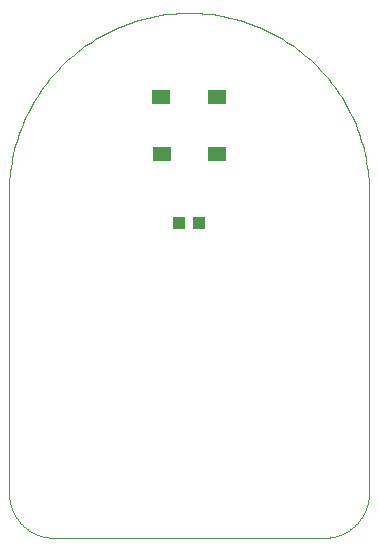
<source format=gtp>
G75*
%MOIN*%
%OFA0B0*%
%FSLAX25Y25*%
%IPPOS*%
%LPD*%
%AMOC8*
5,1,8,0,0,1.08239X$1,22.5*
%
%ADD10R,0.06102X0.04724*%
%ADD11R,0.04331X0.03937*%
%ADD12C,0.00000*%
D10*
X0052445Y0132051D03*
X0052051Y0150949D03*
X0070949Y0150949D03*
X0070949Y0132051D03*
D11*
X0064846Y0109000D03*
X0058154Y0109000D03*
D12*
X0001500Y0119000D02*
X0001500Y0019000D01*
X0001504Y0018638D01*
X0001518Y0018275D01*
X0001539Y0017913D01*
X0001570Y0017552D01*
X0001609Y0017192D01*
X0001657Y0016833D01*
X0001714Y0016475D01*
X0001779Y0016118D01*
X0001853Y0015763D01*
X0001936Y0015410D01*
X0002027Y0015059D01*
X0002126Y0014711D01*
X0002234Y0014365D01*
X0002350Y0014021D01*
X0002475Y0013681D01*
X0002607Y0013344D01*
X0002748Y0013010D01*
X0002897Y0012679D01*
X0003054Y0012352D01*
X0003218Y0012029D01*
X0003390Y0011710D01*
X0003570Y0011396D01*
X0003758Y0011085D01*
X0003953Y0010780D01*
X0004155Y0010479D01*
X0004365Y0010183D01*
X0004581Y0009893D01*
X0004805Y0009607D01*
X0005035Y0009327D01*
X0005272Y0009053D01*
X0005516Y0008785D01*
X0005766Y0008522D01*
X0006022Y0008266D01*
X0006285Y0008016D01*
X0006553Y0007772D01*
X0006827Y0007535D01*
X0007107Y0007305D01*
X0007393Y0007081D01*
X0007683Y0006865D01*
X0007979Y0006655D01*
X0008280Y0006453D01*
X0008585Y0006258D01*
X0008896Y0006070D01*
X0009210Y0005890D01*
X0009529Y0005718D01*
X0009852Y0005554D01*
X0010179Y0005397D01*
X0010510Y0005248D01*
X0010844Y0005107D01*
X0011181Y0004975D01*
X0011521Y0004850D01*
X0011865Y0004734D01*
X0012211Y0004626D01*
X0012559Y0004527D01*
X0012910Y0004436D01*
X0013263Y0004353D01*
X0013618Y0004279D01*
X0013975Y0004214D01*
X0014333Y0004157D01*
X0014692Y0004109D01*
X0015052Y0004070D01*
X0015413Y0004039D01*
X0015775Y0004018D01*
X0016138Y0004004D01*
X0016500Y0004000D01*
X0106500Y0004000D01*
X0106862Y0004004D01*
X0107225Y0004018D01*
X0107587Y0004039D01*
X0107948Y0004070D01*
X0108308Y0004109D01*
X0108667Y0004157D01*
X0109025Y0004214D01*
X0109382Y0004279D01*
X0109737Y0004353D01*
X0110090Y0004436D01*
X0110441Y0004527D01*
X0110789Y0004626D01*
X0111135Y0004734D01*
X0111479Y0004850D01*
X0111819Y0004975D01*
X0112156Y0005107D01*
X0112490Y0005248D01*
X0112821Y0005397D01*
X0113148Y0005554D01*
X0113471Y0005718D01*
X0113790Y0005890D01*
X0114104Y0006070D01*
X0114415Y0006258D01*
X0114720Y0006453D01*
X0115021Y0006655D01*
X0115317Y0006865D01*
X0115607Y0007081D01*
X0115893Y0007305D01*
X0116173Y0007535D01*
X0116447Y0007772D01*
X0116715Y0008016D01*
X0116978Y0008266D01*
X0117234Y0008522D01*
X0117484Y0008785D01*
X0117728Y0009053D01*
X0117965Y0009327D01*
X0118195Y0009607D01*
X0118419Y0009893D01*
X0118635Y0010183D01*
X0118845Y0010479D01*
X0119047Y0010780D01*
X0119242Y0011085D01*
X0119430Y0011396D01*
X0119610Y0011710D01*
X0119782Y0012029D01*
X0119946Y0012352D01*
X0120103Y0012679D01*
X0120252Y0013010D01*
X0120393Y0013344D01*
X0120525Y0013681D01*
X0120650Y0014021D01*
X0120766Y0014365D01*
X0120874Y0014711D01*
X0120973Y0015059D01*
X0121064Y0015410D01*
X0121147Y0015763D01*
X0121221Y0016118D01*
X0121286Y0016475D01*
X0121343Y0016833D01*
X0121391Y0017192D01*
X0121430Y0017552D01*
X0121461Y0017913D01*
X0121482Y0018275D01*
X0121496Y0018638D01*
X0121500Y0019000D01*
X0121500Y0119000D01*
X0121482Y0120461D01*
X0121429Y0121921D01*
X0121340Y0123380D01*
X0121216Y0124836D01*
X0121056Y0126288D01*
X0120861Y0127736D01*
X0120630Y0129179D01*
X0120365Y0130616D01*
X0120065Y0132046D01*
X0119730Y0133468D01*
X0119360Y0134882D01*
X0118956Y0136286D01*
X0118518Y0137680D01*
X0118046Y0139063D01*
X0117541Y0140434D01*
X0117002Y0141792D01*
X0116431Y0143137D01*
X0115827Y0144467D01*
X0115191Y0145783D01*
X0114523Y0147082D01*
X0113823Y0148365D01*
X0113092Y0149630D01*
X0112331Y0150878D01*
X0111540Y0152106D01*
X0110719Y0153315D01*
X0109869Y0154503D01*
X0108990Y0155670D01*
X0108083Y0156816D01*
X0107148Y0157939D01*
X0106186Y0159039D01*
X0105198Y0160115D01*
X0104184Y0161167D01*
X0103144Y0162194D01*
X0102080Y0163195D01*
X0100992Y0164171D01*
X0099880Y0165119D01*
X0098746Y0166040D01*
X0097589Y0166933D01*
X0096412Y0167797D01*
X0095213Y0168633D01*
X0093994Y0169439D01*
X0092756Y0170216D01*
X0091500Y0170962D01*
X0090226Y0171677D01*
X0088935Y0172361D01*
X0087627Y0173013D01*
X0086304Y0173633D01*
X0084966Y0174221D01*
X0083615Y0174776D01*
X0082250Y0175298D01*
X0080873Y0175786D01*
X0079484Y0176241D01*
X0078085Y0176662D01*
X0076676Y0177049D01*
X0075258Y0177401D01*
X0073832Y0177719D01*
X0072398Y0178002D01*
X0070958Y0178250D01*
X0069513Y0178463D01*
X0068062Y0178640D01*
X0066608Y0178782D01*
X0065151Y0178889D01*
X0063691Y0178960D01*
X0062231Y0178996D01*
X0060769Y0178996D01*
X0059309Y0178960D01*
X0057849Y0178889D01*
X0056392Y0178782D01*
X0054938Y0178640D01*
X0053487Y0178463D01*
X0052042Y0178250D01*
X0050602Y0178002D01*
X0049168Y0177719D01*
X0047742Y0177401D01*
X0046324Y0177049D01*
X0044915Y0176662D01*
X0043516Y0176241D01*
X0042127Y0175786D01*
X0040750Y0175298D01*
X0039385Y0174776D01*
X0038034Y0174221D01*
X0036696Y0173633D01*
X0035373Y0173013D01*
X0034065Y0172361D01*
X0032774Y0171677D01*
X0031500Y0170962D01*
X0030244Y0170216D01*
X0029006Y0169439D01*
X0027787Y0168633D01*
X0026588Y0167797D01*
X0025411Y0166933D01*
X0024254Y0166040D01*
X0023120Y0165119D01*
X0022008Y0164171D01*
X0020920Y0163195D01*
X0019856Y0162194D01*
X0018816Y0161167D01*
X0017802Y0160115D01*
X0016814Y0159039D01*
X0015852Y0157939D01*
X0014917Y0156816D01*
X0014010Y0155670D01*
X0013131Y0154503D01*
X0012281Y0153315D01*
X0011460Y0152106D01*
X0010669Y0150878D01*
X0009908Y0149630D01*
X0009177Y0148365D01*
X0008477Y0147082D01*
X0007809Y0145783D01*
X0007173Y0144467D01*
X0006569Y0143137D01*
X0005998Y0141792D01*
X0005459Y0140434D01*
X0004954Y0139063D01*
X0004482Y0137680D01*
X0004044Y0136286D01*
X0003640Y0134882D01*
X0003270Y0133468D01*
X0002935Y0132046D01*
X0002635Y0130616D01*
X0002370Y0129179D01*
X0002139Y0127736D01*
X0001944Y0126288D01*
X0001784Y0124836D01*
X0001660Y0123380D01*
X0001571Y0121921D01*
X0001518Y0120461D01*
X0001500Y0119000D01*
M02*

</source>
